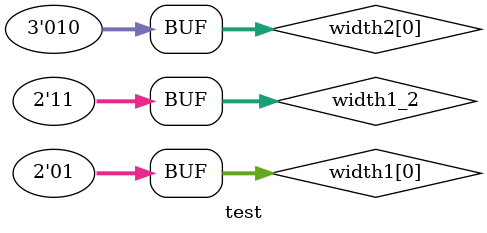
<source format=v>
module test;

reg [1:0] width1[1:0];
reg [2:0] width2[1:0];

reg [1:0] width1_2;

initial
begin
	width1[0] = 1;
	width2[0] = 2;

	width1_2 = width1[0] | width2[0];

	if(width1_2 !== 3)
		$display("FAILED");
	else
		$display("PASSED");
end

endmodule

</source>
